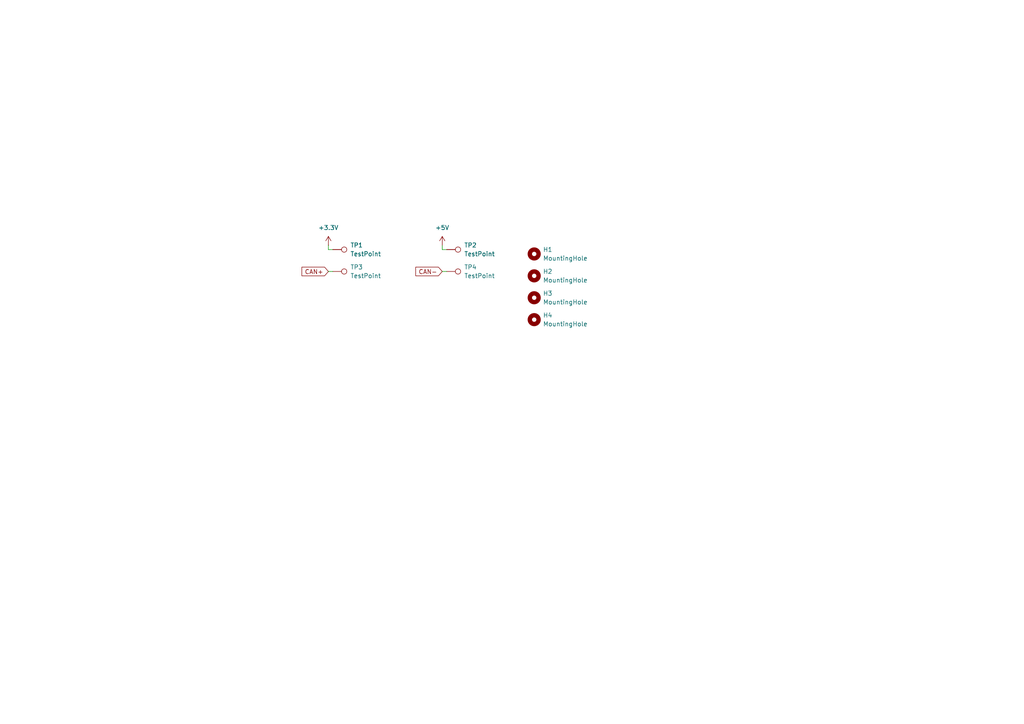
<source format=kicad_sch>
(kicad_sch (version 20250114) (generator "eeschema") (generator_version "9.0")
  (paper "A4")
  (lib_symbols
    (symbol "Connector:TestPoint" (pin_numbers (hide yes)) (pin_names (offset 0.762) (hide yes))
      (property "Reference" "TP" (at 0 6.858 0))
      (property "Value" "TestPoint" (at 0 5.08 0))
      (symbol "TestPoint_0_1"
        (circle (center 0 3.302) (radius 0.762))
      )
      (symbol "TestPoint_1_1"
        (pin passive line (at 0 0 90) (length 2.54) (name "1") (number "1"))
      )
    )
    (symbol "Mechanical:MountingHole" (pin_names (offset 1.016)) (exclude_from_sim yes) (in_bom no)
      (property "Reference" "H" (at 0 5.08 0))
      (property "Value" "MountingHole" (at 0 3.175 0))
      (symbol "MountingHole_0_1"
        (circle (center 0 0) (radius 1.27) (stroke (width 1.27)))
      )
    )
    (symbol "power:+3.3V" (power) (pin_numbers (hide yes)) (pin_names (offset 0) (hide yes))
      (property "Value" "+3.3V" (at 0 3.556 0))
      (symbol "+3.3V_0_1"
        (polyline (pts (xy -0.762 1.27) (xy 0 2.54)))
        (polyline (pts (xy 0 2.54) (xy 0.762 1.27)))
        (polyline (pts (xy 0 0) (xy 0 2.54)))
      )
      (symbol "+3.3V_1_1"
        (pin power_in line (at 0 0 90) (length 0) (name "~") (number "1"))
      )
    )
    (symbol "power:+5V" (power) (pin_numbers (hide yes)) (pin_names (offset 0) (hide yes))
      (property "Value" "+5V" (at 0 3.556 0))
      (symbol "+5V_0_1"
        (polyline (pts (xy -0.762 1.27) (xy 0 2.54)))
        (polyline (pts (xy 0 2.54) (xy 0.762 1.27)))
        (polyline (pts (xy 0 0) (xy 0 2.54)))
      )
      (symbol "+5V_1_1"
        (pin power_in line (at 0 0 90) (length 0) (name "~") (number "1"))
      )
    )
  )
  (wire (pts (xy 95.25 78.74) (xy 96.52 78.74)))
  (wire (pts (xy 128.27 71.12) (xy 128.27 72.39)))
  (wire (pts (xy 128.27 72.39) (xy 129.54 72.39)))
  (wire (pts (xy 95.25 72.39) (xy 96.52 72.39)))
  (wire (pts (xy 95.25 71.12) (xy 95.25 72.39)))
  (wire (pts (xy 128.27 78.74) (xy 129.54 78.74)))
  (global_label "CAN-" (shape input) (at 128.27 78.74 180) (property "Intersheetrefs" "${INTERSHEET_REFS}" (effects (hide yes))))
  (global_label "CAN+" (shape input) (at 95.25 78.74 180) (property "Intersheetrefs" "${INTERSHEET_REFS}" (effects (hide yes))))
  (symbol (lib_id "Mechanical:MountingHole") (at 154.94 92.71 0) (unit 1) (exclude_from_sim yes) (in_bom no)
    (property "Reference" "H4" (at 157.48 91.4399 0) (effects (justify left)))
    (property "Value" "MountingHole" (at 157.48 93.9799 0) (effects (justify left)))
    (property "Footprint" "MountingHole:MountingHole_3.2mm_M3" (effects (hide yes)))
    (property "Description" "Mounting Hole without connection" (effects (hide yes)))
  )
  (symbol (lib_id "Mechanical:MountingHole") (at 154.94 86.36 0) (unit 1) (exclude_from_sim yes) (in_bom no)
    (property "Reference" "H3" (at 157.48 85.0899 0) (effects (justify left)))
    (property "Value" "MountingHole" (at 157.48 87.6299 0) (effects (justify left)))
    (property "Footprint" "MountingHole:MountingHole_3.2mm_M3" (effects (hide yes)))
    (property "Description" "Mounting Hole without connection" (effects (hide yes)))
  )
  (symbol (lib_id "Mechanical:MountingHole") (at 154.94 73.66 0) (unit 1) (exclude_from_sim yes) (in_bom no)
    (property "Reference" "H1" (at 157.48 72.3899 0) (effects (justify left)))
    (property "Value" "MountingHole" (at 157.48 74.9299 0) (effects (justify left)))
    (property "Footprint" "MountingHole:MountingHole_3.2mm_M3" (effects (hide yes)))
    (property "Description" "Mounting Hole without connection" (effects (hide yes)))
  )
  (symbol (lib_id "Connector:TestPoint") (at 129.54 72.39 270) (unit 1) (in_bom no)
    (property "Reference" "TP2" (at 134.62 71.1199 90) (effects (justify left)))
    (property "Value" "TestPoint" (at 134.62 73.6599 90) (effects (justify left)))
    (property "Footprint" "TestPoint:TestPoint_Pad_D1.0mm" (effects (hide yes)))
    (property "Description" "test point" (effects (hide yes)))
  )
  (symbol (lib_id "Connector:TestPoint") (at 129.54 78.74 270) (unit 1) (in_bom no)
    (property "Reference" "TP4" (at 134.62 77.4699 90) (effects (justify left)))
    (property "Value" "TestPoint" (at 134.62 80.0099 90) (effects (justify left)))
    (property "Footprint" "TestPoint:TestPoint_Pad_D1.0mm" (effects (hide yes)))
    (property "Description" "test point" (effects (hide yes)))
  )
  (symbol (lib_id "Mechanical:MountingHole") (at 154.94 80.01 0) (unit 1) (exclude_from_sim yes) (in_bom no)
    (property "Reference" "H2" (at 157.48 78.7399 0) (effects (justify left)))
    (property "Value" "MountingHole" (at 157.48 81.2799 0) (effects (justify left)))
    (property "Footprint" "MountingHole:MountingHole_3.2mm_M3" (effects (hide yes)))
    (property "Description" "Mounting Hole without connection" (effects (hide yes)))
  )
  (symbol (lib_id "Connector:TestPoint") (at 96.52 72.39 270) (unit 1) (in_bom no)
    (property "Reference" "TP1" (at 101.6 71.1199 90) (effects (justify left)))
    (property "Value" "TestPoint" (at 101.6 73.6599 90) (effects (justify left)))
    (property "Footprint" "TestPoint:TestPoint_Pad_D1.0mm" (effects (hide yes)))
    (property "Description" "test point" (effects (hide yes)))
  )
  (symbol (lib_id "Connector:TestPoint") (at 96.52 78.74 270) (unit 1) (in_bom no)
    (property "Reference" "TP3" (at 101.6 77.4699 90) (effects (justify left)))
    (property "Value" "TestPoint" (at 101.6 80.0099 90) (effects (justify left)))
    (property "Footprint" "TestPoint:TestPoint_Pad_D1.0mm" (effects (hide yes)))
    (property "Description" "test point" (effects (hide yes)))
  )
  (symbol (lib_id "power:+5V") (at 128.27 71.12 0) (unit 1)
    (property "Reference" "#PWR070" (effects (hide yes)))
    (property "Value" "+5V" (at 128.27 66.04 0))
    (property "Description" "Power symbol creates a global label with name \"+5V\"" (effects (hide yes)))
  )
  (symbol (lib_id "power:+3.3V") (at 95.25 71.12 0) (unit 1)
    (property "Reference" "#PWR069" (effects (hide yes)))
    (property "Value" "+3.3V" (at 95.25 66.04 0))
    (property "Description" "Power symbol creates a global label with name \"+3.3V\"" (effects (hide yes)))
  )
)
</source>
